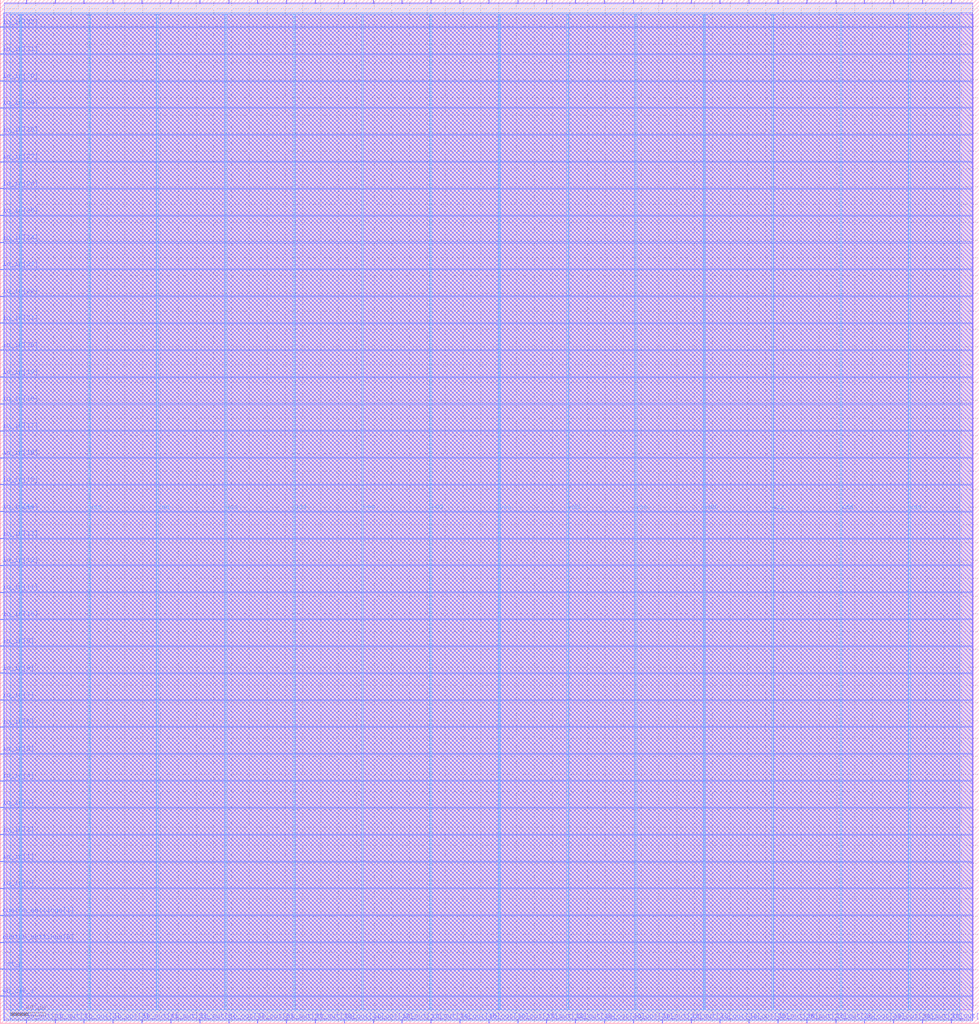
<source format=lef>
VERSION 5.7 ;
  NOWIREEXTENSIONATPIN ON ;
  DIVIDERCHAR "/" ;
  BUSBITCHARS "[]" ;
MACRO wrapped_tholin_riscv
  CLASS BLOCK ;
  FOREIGN wrapped_tholin_riscv ;
  ORIGIN 0.000 0.000 ;
  SIZE 1100.000 BY 1150.000 ;
  PIN custom_settings[0]
    DIRECTION INPUT ;
    USE SIGNAL ;
    ANTENNAGATEAREA 0.741000 ;
    ANTENNADIFFAREA 0.410400 ;
    PORT
      LAYER Metal3 ;
        RECT 0.000 90.720 4.000 91.280 ;
    END
  END custom_settings[0]
  PIN custom_settings[1]
    DIRECTION INPUT ;
    USE SIGNAL ;
    ANTENNAGATEAREA 0.741000 ;
    ANTENNADIFFAREA 0.410400 ;
    PORT
      LAYER Metal3 ;
        RECT 0.000 120.960 4.000 121.520 ;
    END
  END custom_settings[1]
  PIN io_in[0]
    DIRECTION INPUT ;
    USE SIGNAL ;
    ANTENNAGATEAREA 1.183000 ;
    ANTENNADIFFAREA 0.410400 ;
    PORT
      LAYER Metal3 ;
        RECT 0.000 151.200 4.000 151.760 ;
    END
  END io_in[0]
  PIN io_in[10]
    DIRECTION INPUT ;
    USE SIGNAL ;
    ANTENNAGATEAREA 1.102000 ;
    ANTENNADIFFAREA 0.410400 ;
    PORT
      LAYER Metal3 ;
        RECT 0.000 453.600 4.000 454.160 ;
    END
  END io_in[10]
  PIN io_in[11]
    DIRECTION INPUT ;
    USE SIGNAL ;
    ANTENNAGATEAREA 1.102000 ;
    ANTENNADIFFAREA 0.410400 ;
    PORT
      LAYER Metal3 ;
        RECT 0.000 483.840 4.000 484.400 ;
    END
  END io_in[11]
  PIN io_in[12]
    DIRECTION INPUT ;
    USE SIGNAL ;
    ANTENNAGATEAREA 1.102000 ;
    ANTENNADIFFAREA 0.410400 ;
    PORT
      LAYER Metal3 ;
        RECT 0.000 514.080 4.000 514.640 ;
    END
  END io_in[12]
  PIN io_in[13]
    DIRECTION INPUT ;
    USE SIGNAL ;
    ANTENNAGATEAREA 0.726000 ;
    ANTENNADIFFAREA 0.410400 ;
    PORT
      LAYER Metal3 ;
        RECT 0.000 544.320 4.000 544.880 ;
    END
  END io_in[13]
  PIN io_in[14]
    DIRECTION INPUT ;
    USE SIGNAL ;
    ANTENNAGATEAREA 0.726000 ;
    ANTENNADIFFAREA 0.410400 ;
    PORT
      LAYER Metal3 ;
        RECT 0.000 574.560 4.000 575.120 ;
    END
  END io_in[14]
  PIN io_in[15]
    DIRECTION INPUT ;
    USE SIGNAL ;
    ANTENNAGATEAREA 0.726000 ;
    ANTENNADIFFAREA 0.410400 ;
    PORT
      LAYER Metal3 ;
        RECT 0.000 604.800 4.000 605.360 ;
    END
  END io_in[15]
  PIN io_in[16]
    DIRECTION INPUT ;
    USE SIGNAL ;
    PORT
      LAYER Metal3 ;
        RECT 0.000 635.040 4.000 635.600 ;
    END
  END io_in[16]
  PIN io_in[17]
    DIRECTION INPUT ;
    USE SIGNAL ;
    PORT
      LAYER Metal3 ;
        RECT 0.000 665.280 4.000 665.840 ;
    END
  END io_in[17]
  PIN io_in[18]
    DIRECTION INPUT ;
    USE SIGNAL ;
    PORT
      LAYER Metal3 ;
        RECT 0.000 695.520 4.000 696.080 ;
    END
  END io_in[18]
  PIN io_in[19]
    DIRECTION INPUT ;
    USE SIGNAL ;
    PORT
      LAYER Metal3 ;
        RECT 0.000 725.760 4.000 726.320 ;
    END
  END io_in[19]
  PIN io_in[1]
    DIRECTION INPUT ;
    USE SIGNAL ;
    ANTENNAGATEAREA 1.183000 ;
    ANTENNADIFFAREA 0.410400 ;
    PORT
      LAYER Metal3 ;
        RECT 0.000 181.440 4.000 182.000 ;
    END
  END io_in[1]
  PIN io_in[20]
    DIRECTION INPUT ;
    USE SIGNAL ;
    PORT
      LAYER Metal3 ;
        RECT 0.000 756.000 4.000 756.560 ;
    END
  END io_in[20]
  PIN io_in[21]
    DIRECTION INPUT ;
    USE SIGNAL ;
    PORT
      LAYER Metal3 ;
        RECT 0.000 786.240 4.000 786.800 ;
    END
  END io_in[21]
  PIN io_in[22]
    DIRECTION INPUT ;
    USE SIGNAL ;
    PORT
      LAYER Metal3 ;
        RECT 0.000 816.480 4.000 817.040 ;
    END
  END io_in[22]
  PIN io_in[23]
    DIRECTION INPUT ;
    USE SIGNAL ;
    ANTENNAGATEAREA 0.741000 ;
    ANTENNADIFFAREA 0.410400 ;
    PORT
      LAYER Metal3 ;
        RECT 0.000 846.720 4.000 847.280 ;
    END
  END io_in[23]
  PIN io_in[24]
    DIRECTION INPUT ;
    USE SIGNAL ;
    PORT
      LAYER Metal3 ;
        RECT 0.000 876.960 4.000 877.520 ;
    END
  END io_in[24]
  PIN io_in[25]
    DIRECTION INPUT ;
    USE SIGNAL ;
    PORT
      LAYER Metal3 ;
        RECT 0.000 907.200 4.000 907.760 ;
    END
  END io_in[25]
  PIN io_in[26]
    DIRECTION INPUT ;
    USE SIGNAL ;
    ANTENNAGATEAREA 0.726000 ;
    ANTENNADIFFAREA 0.410400 ;
    PORT
      LAYER Metal3 ;
        RECT 0.000 937.440 4.000 938.000 ;
    END
  END io_in[26]
  PIN io_in[27]
    DIRECTION INPUT ;
    USE SIGNAL ;
    ANTENNAGATEAREA 0.498500 ;
    ANTENNADIFFAREA 0.410400 ;
    PORT
      LAYER Metal3 ;
        RECT 0.000 967.680 4.000 968.240 ;
    END
  END io_in[27]
  PIN io_in[28]
    DIRECTION INPUT ;
    USE SIGNAL ;
    ANTENNAGATEAREA 0.726000 ;
    ANTENNADIFFAREA 0.410400 ;
    PORT
      LAYER Metal3 ;
        RECT 0.000 997.920 4.000 998.480 ;
    END
  END io_in[28]
  PIN io_in[29]
    DIRECTION INPUT ;
    USE SIGNAL ;
    ANTENNAGATEAREA 0.498500 ;
    ANTENNADIFFAREA 0.410400 ;
    PORT
      LAYER Metal3 ;
        RECT 0.000 1028.160 4.000 1028.720 ;
    END
  END io_in[29]
  PIN io_in[2]
    DIRECTION INPUT ;
    USE SIGNAL ;
    ANTENNAGATEAREA 1.102000 ;
    ANTENNADIFFAREA 0.410400 ;
    PORT
      LAYER Metal3 ;
        RECT 0.000 211.680 4.000 212.240 ;
    END
  END io_in[2]
  PIN io_in[30]
    DIRECTION INPUT ;
    USE SIGNAL ;
    ANTENNAGATEAREA 0.741000 ;
    ANTENNADIFFAREA 0.410400 ;
    PORT
      LAYER Metal3 ;
        RECT 0.000 1058.400 4.000 1058.960 ;
    END
  END io_in[30]
  PIN io_in[31]
    DIRECTION INPUT ;
    USE SIGNAL ;
    ANTENNAGATEAREA 0.498500 ;
    ANTENNADIFFAREA 0.410400 ;
    PORT
      LAYER Metal3 ;
        RECT 0.000 1088.640 4.000 1089.200 ;
    END
  END io_in[31]
  PIN io_in[32]
    DIRECTION INPUT ;
    USE SIGNAL ;
    ANTENNAGATEAREA 1.102000 ;
    ANTENNADIFFAREA 0.410400 ;
    PORT
      LAYER Metal3 ;
        RECT 0.000 1118.880 4.000 1119.440 ;
    END
  END io_in[32]
  PIN io_in[3]
    DIRECTION INPUT ;
    USE SIGNAL ;
    ANTENNAGATEAREA 1.102000 ;
    ANTENNADIFFAREA 0.410400 ;
    PORT
      LAYER Metal3 ;
        RECT 0.000 241.920 4.000 242.480 ;
    END
  END io_in[3]
  PIN io_in[4]
    DIRECTION INPUT ;
    USE SIGNAL ;
    ANTENNAGATEAREA 1.102000 ;
    ANTENNADIFFAREA 0.410400 ;
    PORT
      LAYER Metal3 ;
        RECT 0.000 272.160 4.000 272.720 ;
    END
  END io_in[4]
  PIN io_in[5]
    DIRECTION INPUT ;
    USE SIGNAL ;
    ANTENNAGATEAREA 1.102000 ;
    ANTENNADIFFAREA 0.410400 ;
    PORT
      LAYER Metal3 ;
        RECT 0.000 302.400 4.000 302.960 ;
    END
  END io_in[5]
  PIN io_in[6]
    DIRECTION INPUT ;
    USE SIGNAL ;
    ANTENNAGATEAREA 1.102000 ;
    ANTENNADIFFAREA 0.410400 ;
    PORT
      LAYER Metal3 ;
        RECT 0.000 332.640 4.000 333.200 ;
    END
  END io_in[6]
  PIN io_in[7]
    DIRECTION INPUT ;
    USE SIGNAL ;
    ANTENNAGATEAREA 1.102000 ;
    ANTENNADIFFAREA 0.410400 ;
    PORT
      LAYER Metal3 ;
        RECT 0.000 362.880 4.000 363.440 ;
    END
  END io_in[7]
  PIN io_in[8]
    DIRECTION INPUT ;
    USE SIGNAL ;
    ANTENNAGATEAREA 1.102000 ;
    ANTENNADIFFAREA 0.410400 ;
    PORT
      LAYER Metal3 ;
        RECT 0.000 393.120 4.000 393.680 ;
    END
  END io_in[8]
  PIN io_in[9]
    DIRECTION INPUT ;
    USE SIGNAL ;
    ANTENNAGATEAREA 1.102000 ;
    ANTENNADIFFAREA 0.410400 ;
    PORT
      LAYER Metal3 ;
        RECT 0.000 423.360 4.000 423.920 ;
    END
  END io_in[9]
  PIN io_oeb[0]
    DIRECTION OUTPUT TRISTATE ;
    USE SIGNAL ;
    ANTENNADIFFAREA 4.731200 ;
    PORT
      LAYER Metal2 ;
        RECT 29.120 1146.000 29.680 1150.000 ;
    END
  END io_oeb[0]
  PIN io_oeb[10]
    DIRECTION OUTPUT TRISTATE ;
    USE SIGNAL ;
    ANTENNADIFFAREA 4.731200 ;
    PORT
      LAYER Metal2 ;
        RECT 353.920 1146.000 354.480 1150.000 ;
    END
  END io_oeb[10]
  PIN io_oeb[11]
    DIRECTION OUTPUT TRISTATE ;
    USE SIGNAL ;
    ANTENNADIFFAREA 4.731200 ;
    PORT
      LAYER Metal2 ;
        RECT 386.400 1146.000 386.960 1150.000 ;
    END
  END io_oeb[11]
  PIN io_oeb[12]
    DIRECTION OUTPUT TRISTATE ;
    USE SIGNAL ;
    ANTENNADIFFAREA 4.731200 ;
    PORT
      LAYER Metal2 ;
        RECT 418.880 1146.000 419.440 1150.000 ;
    END
  END io_oeb[12]
  PIN io_oeb[13]
    DIRECTION OUTPUT TRISTATE ;
    USE SIGNAL ;
    ANTENNADIFFAREA 4.731200 ;
    PORT
      LAYER Metal2 ;
        RECT 451.360 1146.000 451.920 1150.000 ;
    END
  END io_oeb[13]
  PIN io_oeb[14]
    DIRECTION OUTPUT TRISTATE ;
    USE SIGNAL ;
    ANTENNADIFFAREA 4.731200 ;
    PORT
      LAYER Metal2 ;
        RECT 483.840 1146.000 484.400 1150.000 ;
    END
  END io_oeb[14]
  PIN io_oeb[15]
    DIRECTION OUTPUT TRISTATE ;
    USE SIGNAL ;
    ANTENNADIFFAREA 4.731200 ;
    PORT
      LAYER Metal2 ;
        RECT 516.320 1146.000 516.880 1150.000 ;
    END
  END io_oeb[15]
  PIN io_oeb[16]
    DIRECTION OUTPUT TRISTATE ;
    USE SIGNAL ;
    ANTENNADIFFAREA 0.360800 ;
    PORT
      LAYER Metal2 ;
        RECT 548.800 1146.000 549.360 1150.000 ;
    END
  END io_oeb[16]
  PIN io_oeb[17]
    DIRECTION OUTPUT TRISTATE ;
    USE SIGNAL ;
    ANTENNADIFFAREA 0.360800 ;
    PORT
      LAYER Metal2 ;
        RECT 581.280 1146.000 581.840 1150.000 ;
    END
  END io_oeb[17]
  PIN io_oeb[18]
    DIRECTION OUTPUT TRISTATE ;
    USE SIGNAL ;
    ANTENNADIFFAREA 0.360800 ;
    PORT
      LAYER Metal2 ;
        RECT 613.760 1146.000 614.320 1150.000 ;
    END
  END io_oeb[18]
  PIN io_oeb[19]
    DIRECTION OUTPUT TRISTATE ;
    USE SIGNAL ;
    ANTENNADIFFAREA 0.360800 ;
    PORT
      LAYER Metal2 ;
        RECT 646.240 1146.000 646.800 1150.000 ;
    END
  END io_oeb[19]
  PIN io_oeb[1]
    DIRECTION OUTPUT TRISTATE ;
    USE SIGNAL ;
    ANTENNADIFFAREA 4.731200 ;
    PORT
      LAYER Metal2 ;
        RECT 61.600 1146.000 62.160 1150.000 ;
    END
  END io_oeb[1]
  PIN io_oeb[20]
    DIRECTION OUTPUT TRISTATE ;
    USE SIGNAL ;
    ANTENNADIFFAREA 0.360800 ;
    PORT
      LAYER Metal2 ;
        RECT 678.720 1146.000 679.280 1150.000 ;
    END
  END io_oeb[20]
  PIN io_oeb[21]
    DIRECTION OUTPUT TRISTATE ;
    USE SIGNAL ;
    ANTENNADIFFAREA 0.360800 ;
    PORT
      LAYER Metal2 ;
        RECT 711.200 1146.000 711.760 1150.000 ;
    END
  END io_oeb[21]
  PIN io_oeb[22]
    DIRECTION OUTPUT TRISTATE ;
    USE SIGNAL ;
    ANTENNADIFFAREA 0.360800 ;
    PORT
      LAYER Metal2 ;
        RECT 743.680 1146.000 744.240 1150.000 ;
    END
  END io_oeb[22]
  PIN io_oeb[23]
    DIRECTION OUTPUT TRISTATE ;
    USE SIGNAL ;
    ANTENNADIFFAREA 0.536800 ;
    PORT
      LAYER Metal2 ;
        RECT 776.160 1146.000 776.720 1150.000 ;
    END
  END io_oeb[23]
  PIN io_oeb[24]
    DIRECTION OUTPUT TRISTATE ;
    USE SIGNAL ;
    ANTENNADIFFAREA 0.360800 ;
    PORT
      LAYER Metal2 ;
        RECT 808.640 1146.000 809.200 1150.000 ;
    END
  END io_oeb[24]
  PIN io_oeb[25]
    DIRECTION OUTPUT TRISTATE ;
    USE SIGNAL ;
    ANTENNADIFFAREA 0.360800 ;
    PORT
      LAYER Metal2 ;
        RECT 841.120 1146.000 841.680 1150.000 ;
    END
  END io_oeb[25]
  PIN io_oeb[26]
    DIRECTION OUTPUT TRISTATE ;
    USE SIGNAL ;
    ANTENNADIFFAREA 0.536800 ;
    PORT
      LAYER Metal2 ;
        RECT 873.600 1146.000 874.160 1150.000 ;
    END
  END io_oeb[26]
  PIN io_oeb[27]
    DIRECTION OUTPUT TRISTATE ;
    USE SIGNAL ;
    ANTENNADIFFAREA 4.731200 ;
    PORT
      LAYER Metal2 ;
        RECT 906.080 1146.000 906.640 1150.000 ;
    END
  END io_oeb[27]
  PIN io_oeb[28]
    DIRECTION OUTPUT TRISTATE ;
    USE SIGNAL ;
    ANTENNADIFFAREA 4.731200 ;
    PORT
      LAYER Metal2 ;
        RECT 938.560 1146.000 939.120 1150.000 ;
    END
  END io_oeb[28]
  PIN io_oeb[29]
    DIRECTION OUTPUT TRISTATE ;
    USE SIGNAL ;
    ANTENNADIFFAREA 4.731200 ;
    PORT
      LAYER Metal2 ;
        RECT 971.040 1146.000 971.600 1150.000 ;
    END
  END io_oeb[29]
  PIN io_oeb[2]
    DIRECTION OUTPUT TRISTATE ;
    USE SIGNAL ;
    ANTENNADIFFAREA 4.731200 ;
    PORT
      LAYER Metal2 ;
        RECT 94.080 1146.000 94.640 1150.000 ;
    END
  END io_oeb[2]
  PIN io_oeb[30]
    DIRECTION OUTPUT TRISTATE ;
    USE SIGNAL ;
    ANTENNADIFFAREA 4.731200 ;
    PORT
      LAYER Metal2 ;
        RECT 1003.520 1146.000 1004.080 1150.000 ;
    END
  END io_oeb[30]
  PIN io_oeb[31]
    DIRECTION OUTPUT TRISTATE ;
    USE SIGNAL ;
    ANTENNADIFFAREA 4.731200 ;
    PORT
      LAYER Metal2 ;
        RECT 1036.000 1146.000 1036.560 1150.000 ;
    END
  END io_oeb[31]
  PIN io_oeb[32]
    DIRECTION OUTPUT TRISTATE ;
    USE SIGNAL ;
    ANTENNADIFFAREA 4.731200 ;
    PORT
      LAYER Metal2 ;
        RECT 1068.480 1146.000 1069.040 1150.000 ;
    END
  END io_oeb[32]
  PIN io_oeb[3]
    DIRECTION OUTPUT TRISTATE ;
    USE SIGNAL ;
    ANTENNADIFFAREA 4.731200 ;
    PORT
      LAYER Metal2 ;
        RECT 126.560 1146.000 127.120 1150.000 ;
    END
  END io_oeb[3]
  PIN io_oeb[4]
    DIRECTION OUTPUT TRISTATE ;
    USE SIGNAL ;
    ANTENNADIFFAREA 4.731200 ;
    PORT
      LAYER Metal2 ;
        RECT 159.040 1146.000 159.600 1150.000 ;
    END
  END io_oeb[4]
  PIN io_oeb[5]
    DIRECTION OUTPUT TRISTATE ;
    USE SIGNAL ;
    ANTENNADIFFAREA 4.731200 ;
    PORT
      LAYER Metal2 ;
        RECT 191.520 1146.000 192.080 1150.000 ;
    END
  END io_oeb[5]
  PIN io_oeb[6]
    DIRECTION OUTPUT TRISTATE ;
    USE SIGNAL ;
    ANTENNADIFFAREA 4.731200 ;
    PORT
      LAYER Metal2 ;
        RECT 224.000 1146.000 224.560 1150.000 ;
    END
  END io_oeb[6]
  PIN io_oeb[7]
    DIRECTION OUTPUT TRISTATE ;
    USE SIGNAL ;
    ANTENNADIFFAREA 4.731200 ;
    PORT
      LAYER Metal2 ;
        RECT 256.480 1146.000 257.040 1150.000 ;
    END
  END io_oeb[7]
  PIN io_oeb[8]
    DIRECTION OUTPUT TRISTATE ;
    USE SIGNAL ;
    ANTENNADIFFAREA 4.731200 ;
    PORT
      LAYER Metal2 ;
        RECT 288.960 1146.000 289.520 1150.000 ;
    END
  END io_oeb[8]
  PIN io_oeb[9]
    DIRECTION OUTPUT TRISTATE ;
    USE SIGNAL ;
    ANTENNADIFFAREA 4.731200 ;
    PORT
      LAYER Metal2 ;
        RECT 321.440 1146.000 322.000 1150.000 ;
    END
  END io_oeb[9]
  PIN io_out[0]
    DIRECTION OUTPUT TRISTATE ;
    USE SIGNAL ;
    ANTENNADIFFAREA 4.731200 ;
    PORT
      LAYER Metal2 ;
        RECT 29.120 0.000 29.680 4.000 ;
    END
  END io_out[0]
  PIN io_out[10]
    DIRECTION OUTPUT TRISTATE ;
    USE SIGNAL ;
    ANTENNADIFFAREA 4.731200 ;
    PORT
      LAYER Metal2 ;
        RECT 353.920 0.000 354.480 4.000 ;
    END
  END io_out[10]
  PIN io_out[11]
    DIRECTION OUTPUT TRISTATE ;
    USE SIGNAL ;
    ANTENNADIFFAREA 4.731200 ;
    PORT
      LAYER Metal2 ;
        RECT 386.400 0.000 386.960 4.000 ;
    END
  END io_out[11]
  PIN io_out[12]
    DIRECTION OUTPUT TRISTATE ;
    USE SIGNAL ;
    ANTENNADIFFAREA 4.731200 ;
    PORT
      LAYER Metal2 ;
        RECT 418.880 0.000 419.440 4.000 ;
    END
  END io_out[12]
  PIN io_out[13]
    DIRECTION OUTPUT TRISTATE ;
    USE SIGNAL ;
    ANTENNADIFFAREA 4.731200 ;
    PORT
      LAYER Metal2 ;
        RECT 451.360 0.000 451.920 4.000 ;
    END
  END io_out[13]
  PIN io_out[14]
    DIRECTION OUTPUT TRISTATE ;
    USE SIGNAL ;
    ANTENNADIFFAREA 4.731200 ;
    PORT
      LAYER Metal2 ;
        RECT 483.840 0.000 484.400 4.000 ;
    END
  END io_out[14]
  PIN io_out[15]
    DIRECTION OUTPUT TRISTATE ;
    USE SIGNAL ;
    ANTENNADIFFAREA 4.731200 ;
    PORT
      LAYER Metal2 ;
        RECT 516.320 0.000 516.880 4.000 ;
    END
  END io_out[15]
  PIN io_out[16]
    DIRECTION OUTPUT TRISTATE ;
    USE SIGNAL ;
    ANTENNADIFFAREA 0.897600 ;
    PORT
      LAYER Metal2 ;
        RECT 548.800 0.000 549.360 4.000 ;
    END
  END io_out[16]
  PIN io_out[17]
    DIRECTION OUTPUT TRISTATE ;
    USE SIGNAL ;
    ANTENNADIFFAREA 0.897600 ;
    PORT
      LAYER Metal2 ;
        RECT 581.280 0.000 581.840 4.000 ;
    END
  END io_out[17]
  PIN io_out[18]
    DIRECTION OUTPUT TRISTATE ;
    USE SIGNAL ;
    ANTENNADIFFAREA 4.731200 ;
    PORT
      LAYER Metal2 ;
        RECT 613.760 0.000 614.320 4.000 ;
    END
  END io_out[18]
  PIN io_out[19]
    DIRECTION OUTPUT TRISTATE ;
    USE SIGNAL ;
    ANTENNADIFFAREA 4.731200 ;
    PORT
      LAYER Metal2 ;
        RECT 646.240 0.000 646.800 4.000 ;
    END
  END io_out[19]
  PIN io_out[1]
    DIRECTION OUTPUT TRISTATE ;
    USE SIGNAL ;
    ANTENNADIFFAREA 4.731200 ;
    PORT
      LAYER Metal2 ;
        RECT 61.600 0.000 62.160 4.000 ;
    END
  END io_out[1]
  PIN io_out[20]
    DIRECTION OUTPUT TRISTATE ;
    USE SIGNAL ;
    ANTENNADIFFAREA 0.897600 ;
    PORT
      LAYER Metal2 ;
        RECT 678.720 0.000 679.280 4.000 ;
    END
  END io_out[20]
  PIN io_out[21]
    DIRECTION OUTPUT TRISTATE ;
    USE SIGNAL ;
    ANTENNADIFFAREA 0.897600 ;
    PORT
      LAYER Metal2 ;
        RECT 711.200 0.000 711.760 4.000 ;
    END
  END io_out[21]
  PIN io_out[22]
    DIRECTION OUTPUT TRISTATE ;
    USE SIGNAL ;
    ANTENNADIFFAREA 4.731200 ;
    PORT
      LAYER Metal2 ;
        RECT 743.680 0.000 744.240 4.000 ;
    END
  END io_out[22]
  PIN io_out[23]
    DIRECTION OUTPUT TRISTATE ;
    USE SIGNAL ;
    ANTENNADIFFAREA 0.360800 ;
    PORT
      LAYER Metal2 ;
        RECT 776.160 0.000 776.720 4.000 ;
    END
  END io_out[23]
  PIN io_out[24]
    DIRECTION OUTPUT TRISTATE ;
    USE SIGNAL ;
    ANTENNADIFFAREA 4.731200 ;
    PORT
      LAYER Metal2 ;
        RECT 808.640 0.000 809.200 4.000 ;
    END
  END io_out[24]
  PIN io_out[25]
    DIRECTION OUTPUT TRISTATE ;
    USE SIGNAL ;
    ANTENNADIFFAREA 4.731200 ;
    PORT
      LAYER Metal2 ;
        RECT 841.120 0.000 841.680 4.000 ;
    END
  END io_out[25]
  PIN io_out[26]
    DIRECTION OUTPUT TRISTATE ;
    USE SIGNAL ;
    ANTENNADIFFAREA 0.360800 ;
    PORT
      LAYER Metal2 ;
        RECT 873.600 0.000 874.160 4.000 ;
    END
  END io_out[26]
  PIN io_out[27]
    DIRECTION OUTPUT TRISTATE ;
    USE SIGNAL ;
    ANTENNADIFFAREA 4.731200 ;
    PORT
      LAYER Metal2 ;
        RECT 906.080 0.000 906.640 4.000 ;
    END
  END io_out[27]
  PIN io_out[28]
    DIRECTION OUTPUT TRISTATE ;
    USE SIGNAL ;
    ANTENNADIFFAREA 4.731200 ;
    PORT
      LAYER Metal2 ;
        RECT 938.560 0.000 939.120 4.000 ;
    END
  END io_out[28]
  PIN io_out[29]
    DIRECTION OUTPUT TRISTATE ;
    USE SIGNAL ;
    ANTENNADIFFAREA 4.731200 ;
    PORT
      LAYER Metal2 ;
        RECT 971.040 0.000 971.600 4.000 ;
    END
  END io_out[29]
  PIN io_out[2]
    DIRECTION OUTPUT TRISTATE ;
    USE SIGNAL ;
    ANTENNADIFFAREA 4.731200 ;
    PORT
      LAYER Metal2 ;
        RECT 94.080 0.000 94.640 4.000 ;
    END
  END io_out[2]
  PIN io_out[30]
    DIRECTION OUTPUT TRISTATE ;
    USE SIGNAL ;
    ANTENNADIFFAREA 4.731200 ;
    PORT
      LAYER Metal2 ;
        RECT 1003.520 0.000 1004.080 4.000 ;
    END
  END io_out[30]
  PIN io_out[31]
    DIRECTION OUTPUT TRISTATE ;
    USE SIGNAL ;
    ANTENNADIFFAREA 4.731200 ;
    PORT
      LAYER Metal2 ;
        RECT 1036.000 0.000 1036.560 4.000 ;
    END
  END io_out[31]
  PIN io_out[32]
    DIRECTION OUTPUT TRISTATE ;
    USE SIGNAL ;
    ANTENNADIFFAREA 4.731200 ;
    PORT
      LAYER Metal2 ;
        RECT 1068.480 0.000 1069.040 4.000 ;
    END
  END io_out[32]
  PIN io_out[3]
    DIRECTION OUTPUT TRISTATE ;
    USE SIGNAL ;
    ANTENNADIFFAREA 4.731200 ;
    PORT
      LAYER Metal2 ;
        RECT 126.560 0.000 127.120 4.000 ;
    END
  END io_out[3]
  PIN io_out[4]
    DIRECTION OUTPUT TRISTATE ;
    USE SIGNAL ;
    ANTENNADIFFAREA 4.731200 ;
    PORT
      LAYER Metal2 ;
        RECT 159.040 0.000 159.600 4.000 ;
    END
  END io_out[4]
  PIN io_out[5]
    DIRECTION OUTPUT TRISTATE ;
    USE SIGNAL ;
    ANTENNADIFFAREA 4.731200 ;
    PORT
      LAYER Metal2 ;
        RECT 191.520 0.000 192.080 4.000 ;
    END
  END io_out[5]
  PIN io_out[6]
    DIRECTION OUTPUT TRISTATE ;
    USE SIGNAL ;
    ANTENNADIFFAREA 4.731200 ;
    PORT
      LAYER Metal2 ;
        RECT 224.000 0.000 224.560 4.000 ;
    END
  END io_out[6]
  PIN io_out[7]
    DIRECTION OUTPUT TRISTATE ;
    USE SIGNAL ;
    ANTENNADIFFAREA 4.731200 ;
    PORT
      LAYER Metal2 ;
        RECT 256.480 0.000 257.040 4.000 ;
    END
  END io_out[7]
  PIN io_out[8]
    DIRECTION OUTPUT TRISTATE ;
    USE SIGNAL ;
    ANTENNADIFFAREA 4.731200 ;
    PORT
      LAYER Metal2 ;
        RECT 288.960 0.000 289.520 4.000 ;
    END
  END io_out[8]
  PIN io_out[9]
    DIRECTION OUTPUT TRISTATE ;
    USE SIGNAL ;
    ANTENNADIFFAREA 4.731200 ;
    PORT
      LAYER Metal2 ;
        RECT 321.440 0.000 322.000 4.000 ;
    END
  END io_out[9]
  PIN rst_n
    DIRECTION INPUT ;
    USE SIGNAL ;
    ANTENNAGATEAREA 1.102000 ;
    ANTENNADIFFAREA 0.410400 ;
    PORT
      LAYER Metal3 ;
        RECT 0.000 60.480 4.000 61.040 ;
    END
  END rst_n
  PIN vdd
    DIRECTION INOUT ;
    USE POWER ;
    PORT
      LAYER Metal4 ;
        RECT 22.240 15.380 23.840 1133.180 ;
    END
    PORT
      LAYER Metal4 ;
        RECT 175.840 15.380 177.440 1133.180 ;
    END
    PORT
      LAYER Metal4 ;
        RECT 329.440 15.380 331.040 1133.180 ;
    END
    PORT
      LAYER Metal4 ;
        RECT 483.040 15.380 484.640 1133.180 ;
    END
    PORT
      LAYER Metal4 ;
        RECT 636.640 15.380 638.240 1133.180 ;
    END
    PORT
      LAYER Metal4 ;
        RECT 790.240 15.380 791.840 1133.180 ;
    END
    PORT
      LAYER Metal4 ;
        RECT 943.840 15.380 945.440 1133.180 ;
    END
  END vdd
  PIN vss
    DIRECTION INOUT ;
    USE GROUND ;
    PORT
      LAYER Metal4 ;
        RECT 99.040 15.380 100.640 1133.180 ;
    END
    PORT
      LAYER Metal4 ;
        RECT 252.640 15.380 254.240 1133.180 ;
    END
    PORT
      LAYER Metal4 ;
        RECT 406.240 15.380 407.840 1133.180 ;
    END
    PORT
      LAYER Metal4 ;
        RECT 559.840 15.380 561.440 1133.180 ;
    END
    PORT
      LAYER Metal4 ;
        RECT 713.440 15.380 715.040 1133.180 ;
    END
    PORT
      LAYER Metal4 ;
        RECT 867.040 15.380 868.640 1133.180 ;
    END
    PORT
      LAYER Metal4 ;
        RECT 1020.640 15.380 1022.240 1133.180 ;
    END
  END vss
  PIN wb_clk_i
    DIRECTION INPUT ;
    USE SIGNAL ;
    ANTENNAGATEAREA 4.738000 ;
    ANTENNADIFFAREA 0.410400 ;
    PORT
      LAYER Metal3 ;
        RECT 0.000 30.240 4.000 30.800 ;
    END
  END wb_clk_i
  OBS
      LAYER Metal1 ;
        RECT 6.720 15.380 1093.120 1133.850 ;
      LAYER Metal2 ;
        RECT 4.620 1145.700 28.820 1146.740 ;
        RECT 29.980 1145.700 61.300 1146.740 ;
        RECT 62.460 1145.700 93.780 1146.740 ;
        RECT 94.940 1145.700 126.260 1146.740 ;
        RECT 127.420 1145.700 158.740 1146.740 ;
        RECT 159.900 1145.700 191.220 1146.740 ;
        RECT 192.380 1145.700 223.700 1146.740 ;
        RECT 224.860 1145.700 256.180 1146.740 ;
        RECT 257.340 1145.700 288.660 1146.740 ;
        RECT 289.820 1145.700 321.140 1146.740 ;
        RECT 322.300 1145.700 353.620 1146.740 ;
        RECT 354.780 1145.700 386.100 1146.740 ;
        RECT 387.260 1145.700 418.580 1146.740 ;
        RECT 419.740 1145.700 451.060 1146.740 ;
        RECT 452.220 1145.700 483.540 1146.740 ;
        RECT 484.700 1145.700 516.020 1146.740 ;
        RECT 517.180 1145.700 548.500 1146.740 ;
        RECT 549.660 1145.700 580.980 1146.740 ;
        RECT 582.140 1145.700 613.460 1146.740 ;
        RECT 614.620 1145.700 645.940 1146.740 ;
        RECT 647.100 1145.700 678.420 1146.740 ;
        RECT 679.580 1145.700 710.900 1146.740 ;
        RECT 712.060 1145.700 743.380 1146.740 ;
        RECT 744.540 1145.700 775.860 1146.740 ;
        RECT 777.020 1145.700 808.340 1146.740 ;
        RECT 809.500 1145.700 840.820 1146.740 ;
        RECT 841.980 1145.700 873.300 1146.740 ;
        RECT 874.460 1145.700 905.780 1146.740 ;
        RECT 906.940 1145.700 938.260 1146.740 ;
        RECT 939.420 1145.700 970.740 1146.740 ;
        RECT 971.900 1145.700 1003.220 1146.740 ;
        RECT 1004.380 1145.700 1035.700 1146.740 ;
        RECT 1036.860 1145.700 1068.180 1146.740 ;
        RECT 1069.340 1145.700 1092.420 1146.740 ;
        RECT 4.620 4.300 1092.420 1145.700 ;
        RECT 4.620 2.890 28.820 4.300 ;
        RECT 29.980 2.890 61.300 4.300 ;
        RECT 62.460 2.890 93.780 4.300 ;
        RECT 94.940 2.890 126.260 4.300 ;
        RECT 127.420 2.890 158.740 4.300 ;
        RECT 159.900 2.890 191.220 4.300 ;
        RECT 192.380 2.890 223.700 4.300 ;
        RECT 224.860 2.890 256.180 4.300 ;
        RECT 257.340 2.890 288.660 4.300 ;
        RECT 289.820 2.890 321.140 4.300 ;
        RECT 322.300 2.890 353.620 4.300 ;
        RECT 354.780 2.890 386.100 4.300 ;
        RECT 387.260 2.890 418.580 4.300 ;
        RECT 419.740 2.890 451.060 4.300 ;
        RECT 452.220 2.890 483.540 4.300 ;
        RECT 484.700 2.890 516.020 4.300 ;
        RECT 517.180 2.890 548.500 4.300 ;
        RECT 549.660 2.890 580.980 4.300 ;
        RECT 582.140 2.890 613.460 4.300 ;
        RECT 614.620 2.890 645.940 4.300 ;
        RECT 647.100 2.890 678.420 4.300 ;
        RECT 679.580 2.890 710.900 4.300 ;
        RECT 712.060 2.890 743.380 4.300 ;
        RECT 744.540 2.890 775.860 4.300 ;
        RECT 777.020 2.890 808.340 4.300 ;
        RECT 809.500 2.890 840.820 4.300 ;
        RECT 841.980 2.890 873.300 4.300 ;
        RECT 874.460 2.890 905.780 4.300 ;
        RECT 906.940 2.890 938.260 4.300 ;
        RECT 939.420 2.890 970.740 4.300 ;
        RECT 971.900 2.890 1003.220 4.300 ;
        RECT 1004.380 2.890 1035.700 4.300 ;
        RECT 1036.860 2.890 1068.180 4.300 ;
        RECT 1069.340 2.890 1092.420 4.300 ;
      LAYER Metal3 ;
        RECT 4.000 1119.740 1091.910 1135.540 ;
        RECT 4.300 1118.580 1091.910 1119.740 ;
        RECT 4.000 1089.500 1091.910 1118.580 ;
        RECT 4.300 1088.340 1091.910 1089.500 ;
        RECT 4.000 1059.260 1091.910 1088.340 ;
        RECT 4.300 1058.100 1091.910 1059.260 ;
        RECT 4.000 1029.020 1091.910 1058.100 ;
        RECT 4.300 1027.860 1091.910 1029.020 ;
        RECT 4.000 998.780 1091.910 1027.860 ;
        RECT 4.300 997.620 1091.910 998.780 ;
        RECT 4.000 968.540 1091.910 997.620 ;
        RECT 4.300 967.380 1091.910 968.540 ;
        RECT 4.000 938.300 1091.910 967.380 ;
        RECT 4.300 937.140 1091.910 938.300 ;
        RECT 4.000 908.060 1091.910 937.140 ;
        RECT 4.300 906.900 1091.910 908.060 ;
        RECT 4.000 877.820 1091.910 906.900 ;
        RECT 4.300 876.660 1091.910 877.820 ;
        RECT 4.000 847.580 1091.910 876.660 ;
        RECT 4.300 846.420 1091.910 847.580 ;
        RECT 4.000 817.340 1091.910 846.420 ;
        RECT 4.300 816.180 1091.910 817.340 ;
        RECT 4.000 787.100 1091.910 816.180 ;
        RECT 4.300 785.940 1091.910 787.100 ;
        RECT 4.000 756.860 1091.910 785.940 ;
        RECT 4.300 755.700 1091.910 756.860 ;
        RECT 4.000 726.620 1091.910 755.700 ;
        RECT 4.300 725.460 1091.910 726.620 ;
        RECT 4.000 696.380 1091.910 725.460 ;
        RECT 4.300 695.220 1091.910 696.380 ;
        RECT 4.000 666.140 1091.910 695.220 ;
        RECT 4.300 664.980 1091.910 666.140 ;
        RECT 4.000 635.900 1091.910 664.980 ;
        RECT 4.300 634.740 1091.910 635.900 ;
        RECT 4.000 605.660 1091.910 634.740 ;
        RECT 4.300 604.500 1091.910 605.660 ;
        RECT 4.000 575.420 1091.910 604.500 ;
        RECT 4.300 574.260 1091.910 575.420 ;
        RECT 4.000 545.180 1091.910 574.260 ;
        RECT 4.300 544.020 1091.910 545.180 ;
        RECT 4.000 514.940 1091.910 544.020 ;
        RECT 4.300 513.780 1091.910 514.940 ;
        RECT 4.000 484.700 1091.910 513.780 ;
        RECT 4.300 483.540 1091.910 484.700 ;
        RECT 4.000 454.460 1091.910 483.540 ;
        RECT 4.300 453.300 1091.910 454.460 ;
        RECT 4.000 424.220 1091.910 453.300 ;
        RECT 4.300 423.060 1091.910 424.220 ;
        RECT 4.000 393.980 1091.910 423.060 ;
        RECT 4.300 392.820 1091.910 393.980 ;
        RECT 4.000 363.740 1091.910 392.820 ;
        RECT 4.300 362.580 1091.910 363.740 ;
        RECT 4.000 333.500 1091.910 362.580 ;
        RECT 4.300 332.340 1091.910 333.500 ;
        RECT 4.000 303.260 1091.910 332.340 ;
        RECT 4.300 302.100 1091.910 303.260 ;
        RECT 4.000 273.020 1091.910 302.100 ;
        RECT 4.300 271.860 1091.910 273.020 ;
        RECT 4.000 242.780 1091.910 271.860 ;
        RECT 4.300 241.620 1091.910 242.780 ;
        RECT 4.000 212.540 1091.910 241.620 ;
        RECT 4.300 211.380 1091.910 212.540 ;
        RECT 4.000 182.300 1091.910 211.380 ;
        RECT 4.300 181.140 1091.910 182.300 ;
        RECT 4.000 152.060 1091.910 181.140 ;
        RECT 4.300 150.900 1091.910 152.060 ;
        RECT 4.000 121.820 1091.910 150.900 ;
        RECT 4.300 120.660 1091.910 121.820 ;
        RECT 4.000 91.580 1091.910 120.660 ;
        RECT 4.300 90.420 1091.910 91.580 ;
        RECT 4.000 61.340 1091.910 90.420 ;
        RECT 4.300 60.180 1091.910 61.340 ;
        RECT 4.000 31.100 1091.910 60.180 ;
        RECT 4.300 29.940 1091.910 31.100 ;
        RECT 4.000 2.940 1091.910 29.940 ;
      LAYER Metal4 ;
        RECT 11.340 1133.480 1077.860 1135.590 ;
        RECT 11.340 15.080 21.940 1133.480 ;
        RECT 24.140 15.080 98.740 1133.480 ;
        RECT 100.940 15.080 175.540 1133.480 ;
        RECT 177.740 15.080 252.340 1133.480 ;
        RECT 254.540 15.080 329.140 1133.480 ;
        RECT 331.340 15.080 405.940 1133.480 ;
        RECT 408.140 15.080 482.740 1133.480 ;
        RECT 484.940 15.080 559.540 1133.480 ;
        RECT 561.740 15.080 636.340 1133.480 ;
        RECT 638.540 15.080 713.140 1133.480 ;
        RECT 715.340 15.080 789.940 1133.480 ;
        RECT 792.140 15.080 866.740 1133.480 ;
        RECT 868.940 15.080 943.540 1133.480 ;
        RECT 945.740 15.080 1020.340 1133.480 ;
        RECT 1022.540 15.080 1077.860 1133.480 ;
        RECT 11.340 2.890 1077.860 15.080 ;
  END
END wrapped_tholin_riscv
END LIBRARY


</source>
